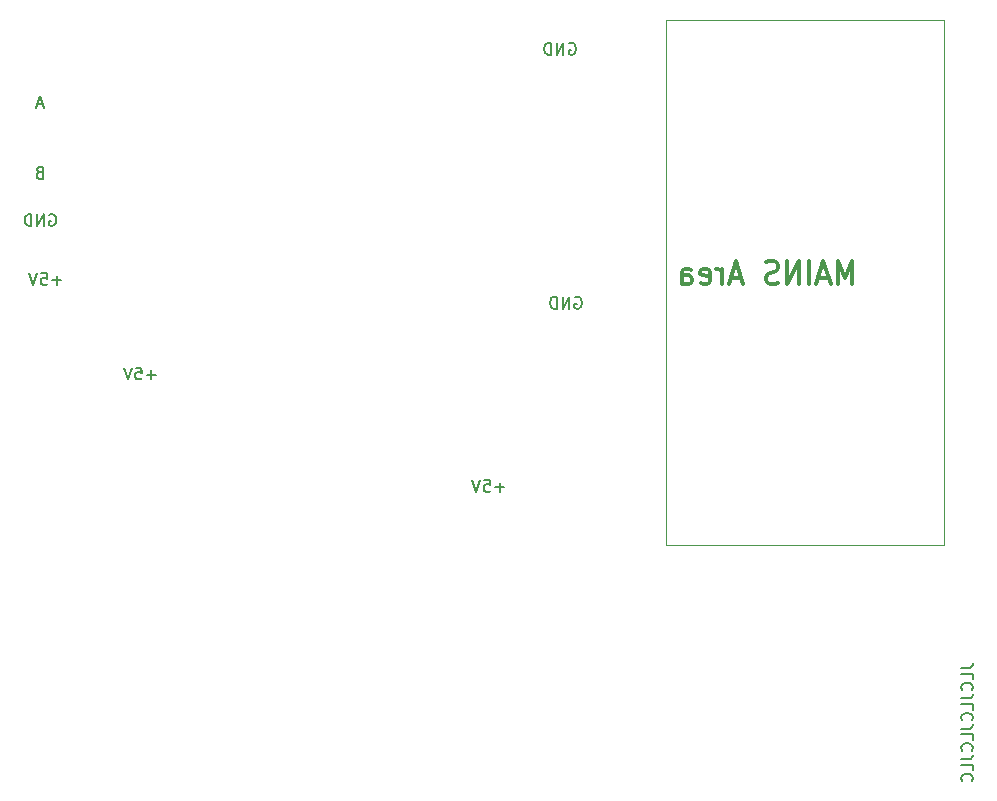
<source format=gbr>
%TF.GenerationSoftware,KiCad,Pcbnew,6.0.7*%
%TF.CreationDate,2022-09-29T13:58:53+02:00*%
%TF.ProjectId,HP_device,48505f64-6576-4696-9365-2e6b69636164,rev?*%
%TF.SameCoordinates,Original*%
%TF.FileFunction,Legend,Bot*%
%TF.FilePolarity,Positive*%
%FSLAX46Y46*%
G04 Gerber Fmt 4.6, Leading zero omitted, Abs format (unit mm)*
G04 Created by KiCad (PCBNEW 6.0.7) date 2022-09-29 13:58:53*
%MOMM*%
%LPD*%
G01*
G04 APERTURE LIST*
%ADD10C,0.150000*%
%ADD11C,0.300000*%
%ADD12C,0.120000*%
G04 APERTURE END LIST*
D10*
X112952380Y-76880952D02*
X113666666Y-76880952D01*
X113809523Y-76833333D01*
X113904761Y-76738095D01*
X113952380Y-76595238D01*
X113952380Y-76500000D01*
X113952380Y-77833333D02*
X113952380Y-77357142D01*
X112952380Y-77357142D01*
X113857142Y-78738095D02*
X113904761Y-78690476D01*
X113952380Y-78547619D01*
X113952380Y-78452380D01*
X113904761Y-78309523D01*
X113809523Y-78214285D01*
X113714285Y-78166666D01*
X113523809Y-78119047D01*
X113380952Y-78119047D01*
X113190476Y-78166666D01*
X113095238Y-78214285D01*
X113000000Y-78309523D01*
X112952380Y-78452380D01*
X112952380Y-78547619D01*
X113000000Y-78690476D01*
X113047619Y-78738095D01*
X112952380Y-79452380D02*
X113666666Y-79452380D01*
X113809523Y-79404761D01*
X113904761Y-79309523D01*
X113952380Y-79166666D01*
X113952380Y-79071428D01*
X113952380Y-80404761D02*
X113952380Y-79928571D01*
X112952380Y-79928571D01*
X113857142Y-81309523D02*
X113904761Y-81261904D01*
X113952380Y-81119047D01*
X113952380Y-81023809D01*
X113904761Y-80880952D01*
X113809523Y-80785714D01*
X113714285Y-80738095D01*
X113523809Y-80690476D01*
X113380952Y-80690476D01*
X113190476Y-80738095D01*
X113095238Y-80785714D01*
X113000000Y-80880952D01*
X112952380Y-81023809D01*
X112952380Y-81119047D01*
X113000000Y-81261904D01*
X113047619Y-81309523D01*
X112952380Y-82023809D02*
X113666666Y-82023809D01*
X113809523Y-81976190D01*
X113904761Y-81880952D01*
X113952380Y-81738095D01*
X113952380Y-81642857D01*
X113952380Y-82976190D02*
X113952380Y-82500000D01*
X112952380Y-82500000D01*
X113857142Y-83880952D02*
X113904761Y-83833333D01*
X113952380Y-83690476D01*
X113952380Y-83595238D01*
X113904761Y-83452380D01*
X113809523Y-83357142D01*
X113714285Y-83309523D01*
X113523809Y-83261904D01*
X113380952Y-83261904D01*
X113190476Y-83309523D01*
X113095238Y-83357142D01*
X113000000Y-83452380D01*
X112952380Y-83595238D01*
X112952380Y-83690476D01*
X113000000Y-83833333D01*
X113047619Y-83880952D01*
X112952380Y-84595238D02*
X113666666Y-84595238D01*
X113809523Y-84547619D01*
X113904761Y-84452380D01*
X113952380Y-84309523D01*
X113952380Y-84214285D01*
X113952380Y-85547619D02*
X113952380Y-85071428D01*
X112952380Y-85071428D01*
X113857142Y-86452380D02*
X113904761Y-86404761D01*
X113952380Y-86261904D01*
X113952380Y-86166666D01*
X113904761Y-86023809D01*
X113809523Y-85928571D01*
X113714285Y-85880952D01*
X113523809Y-85833333D01*
X113380952Y-85833333D01*
X113190476Y-85880952D01*
X113095238Y-85928571D01*
X113000000Y-86023809D01*
X112952380Y-86166666D01*
X112952380Y-86261904D01*
X113000000Y-86404761D01*
X113047619Y-86452380D01*
X80261904Y-45500000D02*
X80357142Y-45452380D01*
X80500000Y-45452380D01*
X80642857Y-45500000D01*
X80738095Y-45595238D01*
X80785714Y-45690476D01*
X80833333Y-45880952D01*
X80833333Y-46023809D01*
X80785714Y-46214285D01*
X80738095Y-46309523D01*
X80642857Y-46404761D01*
X80500000Y-46452380D01*
X80404761Y-46452380D01*
X80261904Y-46404761D01*
X80214285Y-46357142D01*
X80214285Y-46023809D01*
X80404761Y-46023809D01*
X79785714Y-46452380D02*
X79785714Y-45452380D01*
X79214285Y-46452380D01*
X79214285Y-45452380D01*
X78738095Y-46452380D02*
X78738095Y-45452380D01*
X78500000Y-45452380D01*
X78357142Y-45500000D01*
X78261904Y-45595238D01*
X78214285Y-45690476D01*
X78166666Y-45880952D01*
X78166666Y-46023809D01*
X78214285Y-46214285D01*
X78261904Y-46309523D01*
X78357142Y-46404761D01*
X78500000Y-46452380D01*
X78738095Y-46452380D01*
D11*
X103700000Y-44404761D02*
X103700000Y-42404761D01*
X103100000Y-43833333D01*
X102500000Y-42404761D01*
X102500000Y-44404761D01*
X101728571Y-43833333D02*
X100871428Y-43833333D01*
X101900000Y-44404761D02*
X101300000Y-42404761D01*
X100700000Y-44404761D01*
X100100000Y-44404761D02*
X100100000Y-42404761D01*
X99242857Y-44404761D02*
X99242857Y-42404761D01*
X98214285Y-44404761D01*
X98214285Y-42404761D01*
X97442857Y-44309523D02*
X97185714Y-44404761D01*
X96757142Y-44404761D01*
X96585714Y-44309523D01*
X96500000Y-44214285D01*
X96414285Y-44023809D01*
X96414285Y-43833333D01*
X96500000Y-43642857D01*
X96585714Y-43547619D01*
X96757142Y-43452380D01*
X97100000Y-43357142D01*
X97271428Y-43261904D01*
X97357142Y-43166666D01*
X97442857Y-42976190D01*
X97442857Y-42785714D01*
X97357142Y-42595238D01*
X97271428Y-42500000D01*
X97100000Y-42404761D01*
X96671428Y-42404761D01*
X96414285Y-42500000D01*
X94357142Y-43833333D02*
X93500000Y-43833333D01*
X94528571Y-44404761D02*
X93928571Y-42404761D01*
X93328571Y-44404761D01*
X92728571Y-44404761D02*
X92728571Y-43071428D01*
X92728571Y-43452380D02*
X92642857Y-43261904D01*
X92557142Y-43166666D01*
X92385714Y-43071428D01*
X92214285Y-43071428D01*
X90928571Y-44309523D02*
X91100000Y-44404761D01*
X91442857Y-44404761D01*
X91614285Y-44309523D01*
X91700000Y-44119047D01*
X91700000Y-43357142D01*
X91614285Y-43166666D01*
X91442857Y-43071428D01*
X91100000Y-43071428D01*
X90928571Y-43166666D01*
X90842857Y-43357142D01*
X90842857Y-43547619D01*
X91700000Y-43738095D01*
X89300000Y-44404761D02*
X89300000Y-43357142D01*
X89385714Y-43166666D01*
X89557142Y-43071428D01*
X89900000Y-43071428D01*
X90071428Y-43166666D01*
X89300000Y-44309523D02*
X89471428Y-44404761D01*
X89900000Y-44404761D01*
X90071428Y-44309523D01*
X90157142Y-44119047D01*
X90157142Y-43928571D01*
X90071428Y-43738095D01*
X89900000Y-43642857D01*
X89471428Y-43642857D01*
X89300000Y-43547619D01*
D12*
X111500000Y-22000000D02*
X88000000Y-22000000D01*
X88000000Y-22000000D02*
X88000000Y-66500000D01*
X88000000Y-66500000D02*
X111500000Y-66500000D01*
X111500000Y-66500000D02*
X111500000Y-22000000D01*
D10*
X74285714Y-61571428D02*
X73523809Y-61571428D01*
X73904761Y-61952380D02*
X73904761Y-61190476D01*
X72571428Y-60952380D02*
X73047619Y-60952380D01*
X73095238Y-61428571D01*
X73047619Y-61380952D01*
X72952380Y-61333333D01*
X72714285Y-61333333D01*
X72619047Y-61380952D01*
X72571428Y-61428571D01*
X72523809Y-61523809D01*
X72523809Y-61761904D01*
X72571428Y-61857142D01*
X72619047Y-61904761D01*
X72714285Y-61952380D01*
X72952380Y-61952380D01*
X73047619Y-61904761D01*
X73095238Y-61857142D01*
X72238095Y-60952380D02*
X71904761Y-61952380D01*
X71571428Y-60952380D01*
X79761904Y-24000000D02*
X79857142Y-23952380D01*
X80000000Y-23952380D01*
X80142857Y-24000000D01*
X80238095Y-24095238D01*
X80285714Y-24190476D01*
X80333333Y-24380952D01*
X80333333Y-24523809D01*
X80285714Y-24714285D01*
X80238095Y-24809523D01*
X80142857Y-24904761D01*
X80000000Y-24952380D01*
X79904761Y-24952380D01*
X79761904Y-24904761D01*
X79714285Y-24857142D01*
X79714285Y-24523809D01*
X79904761Y-24523809D01*
X79285714Y-24952380D02*
X79285714Y-23952380D01*
X78714285Y-24952380D01*
X78714285Y-23952380D01*
X78238095Y-24952380D02*
X78238095Y-23952380D01*
X78000000Y-23952380D01*
X77857142Y-24000000D01*
X77761904Y-24095238D01*
X77714285Y-24190476D01*
X77666666Y-24380952D01*
X77666666Y-24523809D01*
X77714285Y-24714285D01*
X77761904Y-24809523D01*
X77857142Y-24904761D01*
X78000000Y-24952380D01*
X78238095Y-24952380D01*
X44785714Y-52071428D02*
X44023809Y-52071428D01*
X44404761Y-52452380D02*
X44404761Y-51690476D01*
X43071428Y-51452380D02*
X43547619Y-51452380D01*
X43595238Y-51928571D01*
X43547619Y-51880952D01*
X43452380Y-51833333D01*
X43214285Y-51833333D01*
X43119047Y-51880952D01*
X43071428Y-51928571D01*
X43023809Y-52023809D01*
X43023809Y-52261904D01*
X43071428Y-52357142D01*
X43119047Y-52404761D01*
X43214285Y-52452380D01*
X43452380Y-52452380D01*
X43547619Y-52404761D01*
X43595238Y-52357142D01*
X42738095Y-51452380D02*
X42404761Y-52452380D01*
X42071428Y-51452380D01*
X34928571Y-34928571D02*
X34785714Y-34976190D01*
X34738095Y-35023809D01*
X34690476Y-35119047D01*
X34690476Y-35261904D01*
X34738095Y-35357142D01*
X34785714Y-35404761D01*
X34880952Y-35452380D01*
X35261904Y-35452380D01*
X35261904Y-34452380D01*
X34928571Y-34452380D01*
X34833333Y-34500000D01*
X34785714Y-34547619D01*
X34738095Y-34642857D01*
X34738095Y-34738095D01*
X34785714Y-34833333D01*
X34833333Y-34880952D01*
X34928571Y-34928571D01*
X35261904Y-34928571D01*
X35238095Y-29166666D02*
X34761904Y-29166666D01*
X35333333Y-29452380D02*
X35000000Y-28452380D01*
X34666666Y-29452380D01*
X36785714Y-44071428D02*
X36023809Y-44071428D01*
X36404761Y-44452380D02*
X36404761Y-43690476D01*
X35071428Y-43452380D02*
X35547619Y-43452380D01*
X35595238Y-43928571D01*
X35547619Y-43880952D01*
X35452380Y-43833333D01*
X35214285Y-43833333D01*
X35119047Y-43880952D01*
X35071428Y-43928571D01*
X35023809Y-44023809D01*
X35023809Y-44261904D01*
X35071428Y-44357142D01*
X35119047Y-44404761D01*
X35214285Y-44452380D01*
X35452380Y-44452380D01*
X35547619Y-44404761D01*
X35595238Y-44357142D01*
X34738095Y-43452380D02*
X34404761Y-44452380D01*
X34071428Y-43452380D01*
X35761904Y-38500000D02*
X35857142Y-38452380D01*
X36000000Y-38452380D01*
X36142857Y-38500000D01*
X36238095Y-38595238D01*
X36285714Y-38690476D01*
X36333333Y-38880952D01*
X36333333Y-39023809D01*
X36285714Y-39214285D01*
X36238095Y-39309523D01*
X36142857Y-39404761D01*
X36000000Y-39452380D01*
X35904761Y-39452380D01*
X35761904Y-39404761D01*
X35714285Y-39357142D01*
X35714285Y-39023809D01*
X35904761Y-39023809D01*
X35285714Y-39452380D02*
X35285714Y-38452380D01*
X34714285Y-39452380D01*
X34714285Y-38452380D01*
X34238095Y-39452380D02*
X34238095Y-38452380D01*
X34000000Y-38452380D01*
X33857142Y-38500000D01*
X33761904Y-38595238D01*
X33714285Y-38690476D01*
X33666666Y-38880952D01*
X33666666Y-39023809D01*
X33714285Y-39214285D01*
X33761904Y-39309523D01*
X33857142Y-39404761D01*
X34000000Y-39452380D01*
X34238095Y-39452380D01*
M02*

</source>
